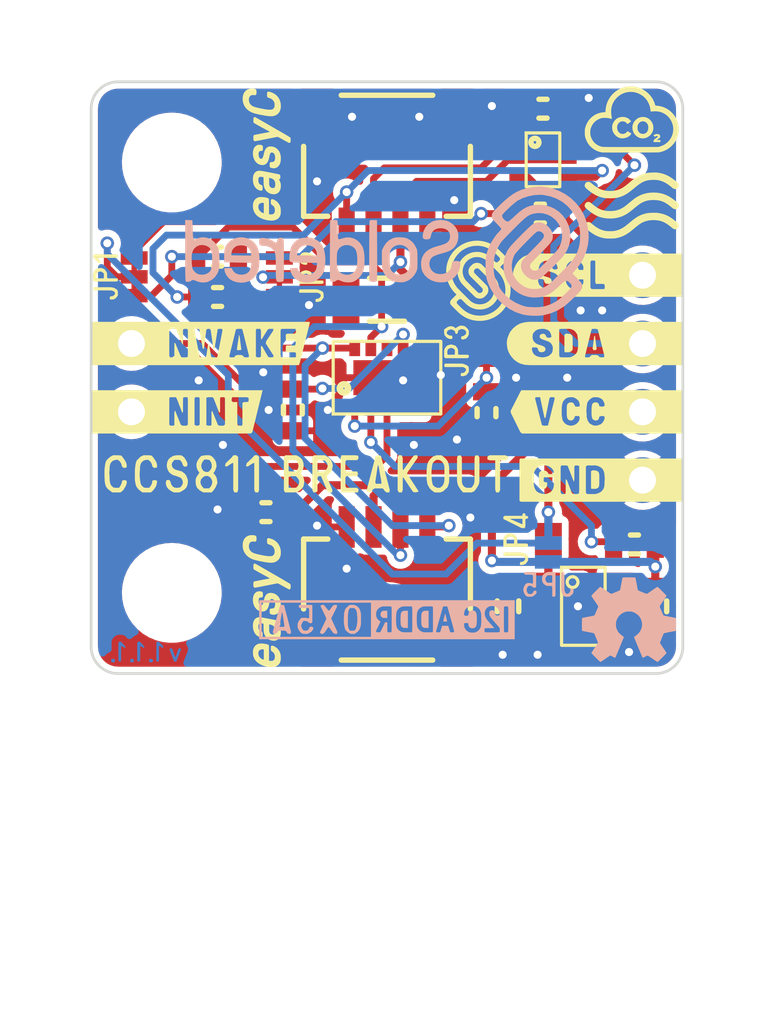
<source format=kicad_pcb>
(kicad_pcb (version 20210623) (generator pcbnew)
  (title_block (title "CCS811 breakout") (date "2021-06-10") (rev "V1.1.1.") (company "SOLDERED") (comment 1 "333009"))
  (layers (0 "F.Cu" signal) (31 "B.Cu" signal) (34 "B.Paste" user) (35 "F.Paste" user) (36 "B.SilkS" user "B.Silkscreen") (37 "F.SilkS" user "F.Silkscreen") (38 "B.Mask" user) (39 "F.Mask" user) (44 "Edge.Cuts" user))
  (net 0 "")
  (net 1 "3V3")
  (net 2 "GND")
  (net 3 "Net-(C2-Pad2)")
  (net 4 "SDA_PULL5")
  (net 5 "5V")
  (net 6 "SCL_PULL5")
  (net 7 "SDA_PULL3,3")
  (net 8 "SCL_PULL3,3")
  (net 9 "NWAKE")
  (net 10 "NINT")
  (net 11 "SCL5")
  (net 12 "SDA5")
  (net 13 "SDA3,3")
  (net 14 "SCL3,3")
  (net 15 "Net-(R2-Pad1)")
  (net 16 "Net-(U2-Pad4)")
  (net 18 "Net-(JP3-Pad1)")
  (footprint "buzzardLabel" (layer "F.Cu") (at 98 123.6)
    (fp_text reference "" (at 0 0) (layer "F.SilkS") (effects (font (size 1.27 1.27))))
    (fp_text value "" (at 0 0) (layer "F.SilkS") (effects (font (size 1.27 1.27))))
  )
  (footprint "e-radionica.com footprinti:1206C" (layer "F.Cu") (at 101 117.1)
    (fp_text reference "C1")
    (fp_text value "10uF")
    (pad "1" smd rect locked (at -1.525 0 90) (size 1.75 1) (layers "F.Cu" "F.Paste" "F.Mask") (net 2 "GND"))
    (pad "2" smd rect locked (at 1.525 0 90) (size 1.75 1) (layers "F.Cu" "F.Paste" "F.Mask") (net 1 "3V3"))
  )
  (footprint "Soldered Graphics:Logo-Back-OSH-3.5mm" (layer "F.Cu") (at 110 129)
    (fp_text reference "G***" hide)
    (fp_text value "LOGO" hide)
  )
  (footprint "Soldered Graphics:Logo-Front-Soldered-3mm" (layer "F.Cu") (at 104.4 116.4)
    (fp_text reference "G***" hide)
    (fp_text value "LOGO" hide)
  )
  (footprint "buzzardLabel" (layer "F.Cu") (at 98.2 116.25 90)
    (fp_text reference "" (at 0 0 90) (layer "F.SilkS") (effects (font (size 1.27 1.27))))
    (fp_text value "" (at 0 0 90) (layer "F.SilkS") (effects (font (size 1.27 1.27))))
  )
  (footprint "e-radionica.com footprinti:0603R" (layer "F.Cu") (at 97.5 121.2 90)
    (fp_text reference "R6")
    (fp_text value "4.7k")
    (pad "1" smd rect locked (at -0.775 0 180) (size 1 0.64) (layers "F.Cu" "F.Paste" "F.Mask") (net 2 "GND"))
    (pad "2" smd rect locked (at 0.775 0 180) (size 1 0.64) (layers "F.Cu" "F.Paste" "F.Mask") (net 9 "NWAKE"))
  )
  (footprint "buzzardLabel" (layer "F.Cu") (at 112.4 123.81)
    (fp_text reference "" (at 0 0) (layer "F.SilkS") (effects (font (size 1.27 1.27))))
    (fp_text value "" (at 0 0) (layer "F.SilkS") (effects (font (size 1.27 1.27))))
  )
  (footprint "e-radionica.com footprinti:0603R" (layer "F.Cu") (at 96.5 125)
    (fp_text reference "R1")
    (fp_text value "4.7k")
    (pad "1" smd rect locked (at -0.775 0 90) (size 1 0.64) (layers "F.Cu" "F.Paste" "F.Mask") (net 10 "NINT"))
    (pad "2" smd rect locked (at 0.775 0 90) (size 1 0.64) (layers "F.Cu" "F.Paste" "F.Mask") (net 1 "3V3"))
  )
  (footprint "buzzardLabel" (layer "F.Cu") (at 112.4 116.19)
    (fp_text reference "" (at 0 0) (layer "F.SilkS") (effects (font (size 1.27 1.27))))
    (fp_text value "" (at 0 0) (layer "F.SilkS") (effects (font (size 1.27 1.27))))
  )
  (footprint "e-radionica.com footprinti:SMD_JUMPER_3_PAD_TRACE" (layer "F.Cu") (at 97 116.25 90)
    (fp_text reference "JP2")
    (fp_text value "SMD_JUMPER_3_PAD_TRACE")
    (fp_poly (pts (xy 0.45 0.05) (xy 0.25 0.05) (xy 0.25 -0.05) (xy 0.45 -0.05)) (layer "F.Cu") (width 0.1) (fill solid))
    (fp_poly (pts (xy -0.25 0.05) (xy -0.45 0.05) (xy -0.45 -0.05) (xy -0.25 -0.05)) (layer "F.Cu") (width 0.1) (fill solid))
    (pad "1" smd rect locked (at -0.7 0 270) (size 0.5 1) (layers "F.Cu" "F.Mask") (net 8 "SCL_PULL3,3"))
    (pad "2" smd custom locked (at 0 0 270) (size 0.5 1) (layers "F.Cu" "F.Mask") (net 1 "3V3") (options (clearance outline) (anchor rect)) (primitives))
    (pad "3" smd rect locked (at 0.7 0 270) (size 0.5 1) (layers "F.Cu" "F.Mask") (net 7 "SDA_PULL3,3"))
  )
  (footprint "e-radionica.com footprinti:0603R" (layer "F.Cu") (at 106.7 113.9)
    (fp_text reference "R4")
    (fp_text value "10k")
    (pad "1" smd rect locked (at -0.775 0 90) (size 1 0.64) (layers "F.Cu" "F.Paste" "F.Mask") (net 6 "SCL_PULL5"))
    (pad "2" smd rect locked (at 0.775 0 90) (size 1 0.64) (layers "F.Cu" "F.Paste" "F.Mask") (net 11 "SCL5"))
  )
  (footprint "e-radionica.com footprinti:0603R" (layer "F.Cu") (at 110.2 126.2)
    (fp_text reference "R2")
    (fp_text value "4.7k")
    (pad "1" smd rect locked (at -0.775 0 90) (size 1 0.64) (layers "F.Cu" "F.Paste" "F.Mask") (net 15 "Net-(R2-Pad1)"))
    (pad "2" smd rect locked (at 0.775 0 90) (size 1 0.64) (layers "F.Cu" "F.Paste" "F.Mask") (net 1 "3V3"))
  )
  (footprint "Soldered Graphics:Symbol-Front-Air-Quality" (layer "F.Cu") (at 110.1 113.6 180)
    (fp_text reference "G***" hide)
    (fp_text value "LOGO" hide)
  )
  (footprint "e-radionica.com footprinti:SMD-JUMPER-CONNECTED_TRACE_SLODERMASK" (layer "F.Cu") (at 107 126 90)
    (fp_text reference "JP4")
    (fp_text value "SMD-JUMPER-CONNECTED_TRACE_SLODERMASK")
    (fp_poly (pts (xy 0.1 0.1) (xy -0.1 0.1) (xy -0.1 -0.1) (xy 0.1 -0.1)) (layer "F.Cu") (width 0.1) (fill solid))
    (pad "1" smd rect locked (at -0.35 0 90) (size 0.5 1) (layers "F.Cu" "F.Mask") (net 3 "Net-(C2-Pad2)"))
    (pad "2" smd rect locked (at 0.35 0 90) (size 0.5 1) (layers "F.Cu" "F.Mask") (net 5 "5V"))
  )
  (footprint "e-radionica.com footprinti:SOT-23-5" (layer "F.Cu") (at 108.3 128.5)
    (fp_text reference "U3")
    (fp_text value "SE5218")
    (pad "1" smd rect (at -1.3 -0.95) (size 1.1 0.6) (layers "F.Cu" "F.Paste" "F.Mask") (net 3 "Net-(C2-Pad2)"))
    (pad "2" smd rect (at -1.3 0) (size 1.1 0.6) (layers "F.Cu" "F.Paste" "F.Mask") (net 2 "GND"))
    (pad "3" smd rect (at -1.3 0.95) (size 1.1 0.6) (layers "F.Cu" "F.Paste" "F.Mask") (net 3 "Net-(C2-Pad2)"))
    (pad "4" smd rect (at 1.3 0.95) (size 1.1 0.6) (layers "F.Cu" "F.Paste" "F.Mask"))
    (pad "5" smd rect (at 1.3 -0.95) (size 1.1 0.6) (layers "F.Cu" "F.Paste" "F.Mask") (net 1 "3V3"))
  )
  (footprint "buzzardLabel" (layer "F.Cu") (at 112.4 121.27)
    (fp_text reference "" (at 0 0) (layer "F.SilkS") (effects (font (size 1.27 1.27))))
    (fp_text value "" (at 0 0) (layer "F.SilkS") (effects (font (size 1.27 1.27))))
  )
  (footprint "e-radionica.com footprinti:0603R" (layer "F.Cu") (at 106.8 110 180)
    (fp_text reference "R7")
    (fp_text value "10k")
    (pad "1" smd rect locked (at -0.775 0 270) (size 1 0.64) (layers "F.Cu" "F.Paste" "F.Mask") (net 12 "SDA5"))
    (pad "2" smd rect locked (at 0.775 0 270) (size 1 0.64) (layers "F.Cu" "F.Paste" "F.Mask") (net 4 "SDA_PULL5"))
  )
  (footprint "e-radionica.com footprinti:0603R" (layer "F.Cu") (at 94.7 115.5 180)
    (fp_text reference "R3")
    (fp_text value "10k")
    (pad "1" smd rect locked (at -0.775 0 270) (size 1 0.64) (layers "F.Cu" "F.Paste" "F.Mask") (net 7 "SDA_PULL3,3"))
    (pad "2" smd rect locked (at 0.775 0 270) (size 1 0.64) (layers "F.Cu" "F.Paste" "F.Mask") (net 13 "SDA3,3"))
  )
  (footprint "e-radionica.com footprinti:0603R" (layer "F.Cu") (at 94.7 117)
    (fp_text reference "R8")
    (fp_text value "10k")
    (pad "1" smd rect locked (at -0.775 0 90) (size 1 0.64) (layers "F.Cu" "F.Paste" "F.Mask") (net 14 "SCL3,3"))
    (pad "2" smd rect locked (at 0.775 0 90) (size 1 0.64) (layers "F.Cu" "F.Paste" "F.Mask") (net 8 "SCL_PULL3,3"))
  )
  (footprint "Soldered Graphics:Logo-Front-easyC-5mm" (layer "F.Cu") (at 96.5 111.7 90)
    (fp_text reference "G***" hide)
    (fp_text value "LOGO" hide)
  )
  (footprint "e-radionica.com footprinti:FIDUCIAL_23" (layer "F.Cu") (at 101 129.2)
    (fp_text reference "FD1")
    (fp_text value "FIDUCIAL")
    (fp_circle (center 0 0) (end 1 0) (layer "F.Cu") (width 0.2) (fill none))
    (pad "1" smd circle (at 0 0) (size 1 1) (layers "F.Cu" "F.Paste" "F.Mask") (clearance 1.1))
  )
  (footprint "e-radionica.com footprinti:easyC-connector" (layer "F.Cu") (at 101 127.7 180)
    (fp_text reference "K3")
    (fp_text value "easyC-SMD")
    (pad "1" smd rect locked (at -1.5 2.15 180) (size 0.6 1.55) (layers "F.Cu" "F.Paste" "F.Mask") (net 14 "SCL3,3"))
    (pad "2" smd rect locked (at -0.5 2.15 180) (size 0.6 1.55) (layers "F.Cu" "F.Paste" "F.Mask") (net 13 "SDA3,3"))
    (pad "3" smd rect locked (at 0.5 2.15 180) (size 0.6 1.55) (layers "F.Cu" "F.Paste" "F.Mask") (net 1 "3V3"))
    (pad "4" smd rect locked (at 1.5 2.15 180) (size 0.6 1.55) (layers "F.Cu" "F.Paste" "F.Mask") (net 2 "GND"))
    (pad "5" smd rect locked (at -2.6 -2.15 180) (size 1.2 1.8) (layers "F.Cu" "F.Paste" "F.Mask") (net 2 "GND"))
    (pad "5" smd rect locked (at 2.6 -2.15 180) (size 1.2 1.8) (layers "F.Cu" "F.Paste" "F.Mask") (net 2 "GND"))
  )
  (footprint "Soldered Graphics:Symbol-Front-CO2" (layer "F.Cu") (at 110.1 110.4)
    (fp_text reference "G***" hide)
    (fp_text value "LOGO" hide)
  )
  (footprint "buzzardLabel" (layer "F.Cu") (at 90.55 116.25 90)
    (fp_text reference "" (at 0 0 90) (layer "F.SilkS") (effects (font (size 1.27 1.27))))
    (fp_text value "" (at 0 0 90) (layer "F.SilkS") (effects (font (size 1.27 1.27))))
  )
  (footprint "e-radionica.com footprinti:0603C" (layer "F.Cu") (at 111 128.5 90)
    (fp_text reference "C3")
    (fp_text value "2.2uF")
    (pad "1" smd rect locked (at -0.73 0 90) (size 0.66 1) (layers "F.Cu" "F.Paste" "F.Mask") (net 2 "GND"))
    (pad "2" smd rect locked (at 0.73 0 90) (size 0.66 1) (layers "F.Cu" "F.Paste" "F.Mask") (net 1 "3V3"))
  )
  (footprint "Soldered Graphics:Logo-Back-SolderedFULL-15mm" (layer "F.Cu") (at 101 115.3)
    (fp_text reference "REF**" hide)
    (fp_text value "Logo-Front-SolderedFULL-15mm" hide)
  )
  (footprint "buzzardLabel" (layer "F.Cu") (at 112.4 118.73)
    (fp_text reference "" (at 0 0) (layer "F.SilkS") (effects (font (size 1.27 1.27))))
    (fp_text value "" (at 0 0) (layer "F.SilkS") (effects (font (size 1.27 1.27))))
  )
  (footprint "buzzardLabel" (layer "F.Cu") (at 105.8 126 90)
    (fp_text reference "" (at 0 0 90) (layer "F.SilkS") (effects (font (size 1.27 1.27))))
    (fp_text value "" (at 0 0 90) (layer "F.SilkS") (effects (font (size 1.27 1.27))))
  )
  (footprint "buzzardLabel" (layer "F.Cu") (at 89.6 121.27)
    (fp_text reference "" (at 0 0) (layer "F.SilkS") (effects (font (size 1.27 1.27))))
    (fp_text value "" (at 0 0) (layer "F.SilkS") (effects (font (size 1.27 1.27))))
  )
  (footprint "e-radionica.com footprinti:SOT-363" (layer "F.Cu") (at 106.8 111.9)
    (fp_text reference "U1")
    (fp_text value "NMOS-DUAL")
    (pad "1" smd rect locked (at -0.92 -0.65 90) (size 0.3 0.66) (layers "F.Cu" "F.Paste" "F.Mask") (net 13 "SDA3,3"))
    (pad "2" smd rect locked (at -0.92 0 90) (size 0.3 0.66) (layers "F.Cu" "F.Paste" "F.Mask") (net 1 "3V3"))
    (pad "3" smd rect locked (at -0.92 0.65 90) (size 0.3 0.66) (layers "F.Cu" "F.Paste" "F.Mask") (net 11 "SCL5"))
    (pad "4" smd rect locked (at 0.92 0.65 90) (size 0.3 0.66) (layers "F.Cu" "F.Paste" "F.Mask") (net 14 "SCL3,3"))
    (pad "5" smd rect locked (at 0.92 0 90) (size 0.3 0.66) (layers "F.Cu" "F.Paste" "F.Mask") (net 1 "3V3"))
    (pad "6" smd rect locked (at 0.92 -0.65 90) (size 0.3 0.66) (layers "F.Cu" "F.Paste" "F.Mask") (net 12 "SDA5"))
  )
  (footprint "e-radionica.com footprinti:easyC-connector" (layer "F.Cu") (at 101 112.3)
    (fp_text reference "K4")
    (fp_text value "easyC-SMD")
    (pad "1" smd rect locked (at -1.5 2.15) (size 0.6 1.55) (layers "F.Cu" "F.Paste" "F.Mask") (net 14 "SCL3,3"))
    (pad "2" smd rect locked (at -0.5 2.15) (size 0.6 1.55) (layers "F.Cu" "F.Paste" "F.Mask") (net 13 "SDA3,3"))
    (pad "3" smd rect locked (at 0.5 2.15) (size 0.6 1.55) (layers "F.Cu" "F.Paste" "F.Mask") (net 1 "3V3"))
    (pad "4" smd rect locked (at 1.5 2.15) (size 0.6 1.55) (layers "F.Cu" "F.Paste" "F.Mask") (net 2 "GND"))
    (pad "5" smd rect locked (at -2.6 -2.15) (size 1.2 1.8) (layers "F.Cu" "F.Paste" "F.Mask") (net 2 "GND"))
    (pad "5" smd rect locked (at 2.6 -2.15) (size 1.2 1.8) (layers "F.Cu" "F.Paste" "F.Mask") (net 2 "GND"))
  )
  (footprint "e-radionica.com footprinti:CCS811" (layer "F.Cu") (at 101 120 90)
    (fp_text reference "U2")
    (fp_text value "CCS811B-JOPR")
    (pad "1" smd rect (at -1.1 -1.2 90) (size 0.6 0.4) (layers "F.Cu" "F.Paste" "F.Mask") (net 18 "Net-(JP3-Pad1)"))
    (pad "2" smd rect (at -1.1 -0.6 90) (size 0.6 0.4) (layers "F.Cu" "F.Paste" "F.Mask") (net 15 "Net-(R2-Pad1)"))
    (pad "3" smd rect (at -1.1 0 90) (size 0.6 0.4) (layers "F.Cu" "F.Paste" "F.Mask") (net 10 "NINT"))
    (pad "4" smd rect (at -1.1 0.6 90) (size 0.6 0.4) (layers "F.Cu" "F.Paste" "F.Mask") (net 16 "Net-(U2-Pad4)"))
    (pad "5" smd rect (at -1.1 1.2 90) (size 0.6 0.4) (layers "F.Cu" "F.Paste" "F.Mask") (net 16 "Net-(U2-Pad4)"))
    (pad "6" smd rect (at 1.1 1.2 90) (size 0.6 0.4) (layers "F.Cu" "F.Paste" "F.Mask") (net 1 "3V3"))
    (pad "7" smd rect (at 1.1 0.6 90) (size 0.6 0.4) (layers "F.Cu" "F.Paste" "F.Mask") (net 9 "NWAKE"))
    (pad "8" smd rect (at 1.1 0 90) (size 0.6 0.4) (layers "F.Cu" "F.Paste" "F.Mask"))
    (pad "9" smd rect (at 1.1 -0.6 90) (size 0.6 0.4) (layers "F.Cu" "F.Paste" "F.Mask") (net 13 "SDA3,3"))
    (pad "10" smd rect (at 1.1 -1.2 90) (size 0.6 0.4) (layers "F.Cu" "F.Paste" "F.Mask") (net 14 "SCL3,3"))
    (pad "11" smd rect (at 0 0 90) (size 1.3 2.5) (layers "F.Cu" "F.Paste" "F.Mask") (net 2 "GND"))
  )
  (footprint "buzzardLabel" (layer "F.Cu") (at 103.6 119 90)
    (fp_text reference "" (at 0 0 90) (layer "F.SilkS") (effects (font (size 1.27 1.27))))
    (fp_text value "" (at 0 0 90) (layer "F.SilkS") (effects (font (size 1.27 1.27))))
  )
  (footprint "buzzardLabel" (layer "F.Cu") (at 89.6 118.73)
    (fp_text reference "" (at 0 0) (layer "F.SilkS") (effects (font (size 1.27 1.27))))
    (fp_text value "" (at 0 0) (layer "F.SilkS") (effects (font (size 1.27 1.27))))
  )
  (footprint "e-radionica.com footprinti:0603C" (layer "F.Cu") (at 105.5 128.5 90)
    (fp_text reference "C2")
    (fp_text value "2.2uF")
    (pad "1" smd rect locked (at -0.73 0 90) (size 0.66 1) (layers "F.Cu" "F.Paste" "F.Mask") (net 2 "GND"))
    (pad "2" smd rect locked (at 0.73 0 90) (size 0.66 1) (layers "F.Cu" "F.Paste" "F.Mask") (net 3 "Net-(C2-Pad2)"))
  )
  (footprint "e-radionica.com footprinti:0603R" (layer "F.Cu") (at 104.7 121.3 90)
    (fp_text reference "R5")
    (fp_text value "4.7k")
    (pad "1" smd rect locked (at -0.775 0 180) (size 1 0.64) (layers "F.Cu" "F.Paste" "F.Mask") (net 2 "GND"))
    (pad "2" smd rect locked (at 0.775 0 180) (size 1 0.64) (layers "F.Cu" "F.Paste" "F.Mask") (net 18 "Net-(JP3-Pad1)"))
  )
  (footprint "e-radionica.com footprinti:HOLE_3.2mm" (layer "F.Cu") (at 93 112)
    (fp_text reference "H2" hide)
    (fp_text value "HOLE_3.2mm" hide)
    (pad "" np_thru_hole circle locked (at 0 0) (size 3.2 3.2) (drill 3.2) (layers F&B.Cu *.Mask))
  )
  (footprint "e-radionica.com footprinti:SMD_JUMPER_3_PAD_TRACE" (layer "F.Cu") (at 91.6 116.25 90)
    (fp_text reference "JP1")
    (fp_text value "SMD_JUMPER_3_PAD_TRACE")
    (fp_poly (pts (xy -0.25 0.05) (xy -0.45 0.05) (xy -0.45 -0.05) (xy -0.25 -0.05)) (layer "F.Cu") (width 0.1) (fill solid))
    (fp_poly (pts (xy 0.45 0.05) (xy 0.25 0.05) (xy 0.25 -0.05) (xy 0.45 -0.05)) (layer "F.Cu") (width 0.1) (fill solid))
    (pad "1" smd rect locked (at -0.7 0 270) (size 0.5 1) (layers "F.Cu" "F.Mask") (net 6 "SCL_PULL5"))
    (pad "2" smd custom locked (at 0 0 270) (size 0.5 1) (layers "F.Cu" "F.Mask") (net 5 "5V") (options (clearance outline) (anchor rect)) (primitives))
    (pad "3" smd rect locked (at 0.7 0 270) (size 0.5 1) (layers "F.Cu" "F.Mask") (net 4 "SDA_PULL5"))
  )
  (footprint "e-radionica.com footprinti:HOLE_3.2mm" (layer "F.Cu") (at 93 128)
    (fp_text reference "H1" hide)
    (fp_text value "HOLE_3.2mm" hide)
    (pad "" np_thru_hole circle locked (at 0 0) (size 3.2 3.2) (drill 3.2) (layers F&B.Cu *.Mask))
  )
  (footprint "Soldered Graphics:Logo-Front-easyC-5mm" (layer "F.Cu") (at 96.5 128.3 90)
    (fp_text reference "G***" hide)
    (fp_text value "LOGO" hide)
  )
  (footprint "e-radionica.com footprinti:SMD_JUMPER" (layer "F.Cu") (at 104.7 119 90)
    (fp_text reference "JP3")
    (fp_text value "SMD_JUMPER")
    (pad "1" smd rect locked (at -0.35 0 90) (size 0.5 1) (layers "F.Cu" "F.Mask") (net 18 "Net-(JP3-Pad1)"))
    (pad "2" smd rect locked (at 0.35 0 90) (size 0.5 1) (layers "F.Cu" "F.Mask") (net 1 "3V3"))
  )
  (footprint "e-radionica.com footprinti:HEADER_MALE_2X1" (layer "B.Cu") (at 91.5 120 90)
    (fp_text reference "K1")
    (fp_text value "HEADER_MALE_2X1")
    (pad "1" thru_hole circle locked (at -1.27 0 90) (size 1.524 1.524) (drill 1) (layers *.Cu *.Mask) (net 10 "NINT"))
    (pad "2" thru_hole circle locked (at 1.27 0 90) (size 1.524 1.524) (drill 1) (layers *.Cu *.Mask) (net 9 "NWAKE"))
  )
  (footprint "e-radionica.com footprinti:SMD_JUMPER" (layer "B.Cu") (at 107 126.5 -90)
    (fp_text reference "JP5")
    (fp_text value "SMD_JUMPER")
    (pad "1" smd rect locked (at -0.35 0 270) (size 0.5 1) (layers "B.Cu" "B.Mask") (net 5 "5V"))
    (pad "2" smd rect locked (at 0.35 0 270) (size 0.5 1) (layers "B.Cu" "B.Mask") (net 1 "3V3"))
  )
  (footprint "buzzardLabel" (layer "B.Cu") (at 107 127.7 180)
    (fp_text reference "" (at 0 0) (layer "B.SilkS") (effects (font (size 1.27 1.27)) (justify mirror)))
    (fp_text value "" (at 0 0) (layer "B.SilkS") (effects (font (size 1.27 1.27)) (justify mirror)))
  )
  (footprint "buzzardLabel" (layer "B.Cu") (at 98.4 129 180)
    (fp_text reference "" (at 0 0) (layer "B.SilkS") (effects (font (size 1.27 1.27)) (justify mirror)))
    (fp_text value "" (at 0 0) (layer "B.SilkS") (effects (font (size 1.27 1.27)) (justify mirror)))
  )
  (footprint "Soldered Graphics:Version1.1.1." (layer "B.Cu") (at 92 130.2 180)
    (fp_text reference "REF**" hide)
    (fp_text value "Version1.1.1." hide)
    (fp_poly (pts (xy 0.21 -0.35) (xy 0.26 -0.35) (xy 0.28 -0.31) (xy 0.28 0.35) (xy 0.24 0.38) (xy 0.19 0.38) (xy 0.15 0.34) (xy 0.04 0.22) (xy 0.02 0.17) (xy 0.05 0.16) (xy 0.14 0.22) (xy 0.18 0.23) (xy 0.18 -0.31) (xy 0.21 -0.35)) (layer "B.Cu") (width 0.01) (fill solid))
    (fp_poly (pts (xy -0.5 -0.35) (xy -0.44 -0.35) (xy -0.43 -0.31) (xy -0.43 0.35) (xy -0.46 0.38) (xy -0.52 0.38) (xy -0.55 0.34) (xy -0.67 0.22) (xy -0.68 0.17) (xy -0.65 0.16) (xy -0.56 0.22) (xy -0.52 0.23) (xy -0.52 -0.31) (xy -0.5 -0.35)) (layer "B.Cu") (width 0.01) (fill solid))
    (fp_poly (pts (xy 0.43 -0.38) (xy 0.48 -0.38) (xy 0.54 -0.37) (xy 0.54 -0.33) (xy 0.54 -0.27) (xy 0.5 -0.26) (xy 0.45 -0.26) (xy 0.42 -0.29) (xy 0.42 -0.34) (xy 0.43 -0.38)) (layer "B.Cu") (width 0.01) (fill solid))
    (fp_poly (pts (xy -1.15 -0.35) (xy -1.1 -0.35) (xy -1.07 -0.31) (xy -0.92 0.1) (xy -0.94 0.13) (xy -0.99 0.13) (xy -1.02 0.1) (xy -1.11 -0.16) (xy -1.13 -0.21) (xy -1.15 -0.17) (xy -1.24 0.09) (xy -1.26 0.13) (xy -1.32 0.13) (xy -1.34 0.1) (xy -1.18 -0.31) (xy -1.15 -0.35)) (layer "B.Cu") (width 0.01) (fill solid))
    (fp_poly (pts (xy 0.91 -0.35) (xy 0.96 -0.35) (xy 0.98 -0.31) (xy 0.98 0.35) (xy 0.95 0.38) (xy 0.89 0.38) (xy 0.86 0.34) (xy 0.74 0.22) (xy 0.73 0.17) (xy 0.76 0.16) (xy 0.85 0.22) (xy 0.89 0.23) (xy 0.89 -0.31) (xy 0.91 -0.35)) (layer "B.Cu") (width 0.01) (fill solid))
    (fp_poly (pts (xy 1.14 -0.38) (xy 1.19 -0.38) (xy 1.24 -0.37) (xy 1.25 -0.33) (xy 1.25 -0.27) (xy 1.2 -0.26) (xy 1.15 -0.26) (xy 1.12 -0.29) (xy 1.12 -0.34) (xy 1.14 -0.38)) (layer "B.Cu") (width 0.01) (fill solid))
    (fp_poly (pts (xy -0.27 -0.38) (xy -0.22 -0.38) (xy -0.17 -0.37) (xy -0.16 -0.33) (xy -0.16 -0.27) (xy -0.21 -0.26) (xy -0.26 -0.26) (xy -0.29 -0.29) (xy -0.29 -0.34) (xy -0.27 -0.38)) (layer "B.Cu") (width 0.01) (fill solid))
  )
  (footprint "e-radionica.com footprinti:HEADER_MALE_4X1" (layer "B.Cu") (at 110.5 120 90)
    (fp_text reference "K2")
    (fp_text value "HEADER_MALE_4X1")
    (pad "1" thru_hole circle locked (at -3.81 0 90) (size 1.7 1.7) (drill 1) (layers *.Cu *.Mask) (net 2 "GND"))
    (pad "2" thru_hole circle locked (at -1.27 0 90) (size 1.7 1.7) (drill 1) (layers *.Cu *.Mask) (net 5 "5V"))
    (pad "3" thru_hole circle locked (at 1.27 0 90) (size 1.7 1.7) (drill 1) (layers *.Cu *.Mask) (net 12 "SDA5"))
    (pad "4" thru_hole circle locked (at 3.81 0 90) (size 1.7 1.7) (drill 1) (layers *.Cu *.Mask) (net 11 "SCL5"))
  )
  (footprint "Soldered Graphics:Symbol-Front-I2C-ADDR-Field" (layer "B.Cu") (at 101 129 180)
    (fp_text reference "REF**" hide)
    (fp_text value "Symbol-Front-I2C-ADDR-Field" hide)
  )
  (gr_line (start 90 130) (end 90 110) (layer "Edge.Cuts") (width 0.1))
  (gr_arc (start 111 130) (end 112 130) (angle 90) (layer "Edge.Cuts") (width 0.1))
  (gr_line (start 91 109) (end 111 109) (layer "Edge.Cuts") (width 0.1))
  (gr_arc (start 91 110) (end 91 109) (angle -90) (layer "Edge.Cuts") (width 0.1))
  (gr_arc (start 111 110) (end 111 109) (angle 90) (layer "Edge.Cuts") (width 0.1))
  (gr_arc (start 91 130) (end 91 131) (angle 90) (layer "Edge.Cuts") (width 0.1))
  (gr_line (start 112 110) (end 112 130) (layer "Edge.Cuts") (width 0.1))
  (gr_line (start 111 131) (end 91 131) (layer "Edge.Cuts") (width 0.1))
  (segment (start 106.5 122.4) (end 104.9 124) (width 0.3) (layer "F.Cu") (net 1))
  (segment (start 98.6 124) (end 100.9 124) (width 0.3) (layer "F.Cu") (net 1))
  (segment (start 106.5 119.6) (end 106.5 122.4) (width 0.3) (layer "F.Cu") (net 1))
  (segment (start 105.88 111.9) (end 107.72 111.9) (width 0.254) (layer "F.Cu") (net 1))
  (segment (start 104.9 124) (end 104.9 125.1) (width 0.3) (layer "F.Cu") (net 1))
  (segment (start 104.9 126.8) (end 104.9 125.1) (width 0.3) (layer "F.Cu") (net 1))
  (segment (start 110.47 127.77) (end 111 127.77) (width 0.3) (layer "F.Cu") (net 1))
  (segment (start 105.55 118.65) (end 106.5 119.6) (width 0.3) (layer "F.Cu") (net 1))
  (segment (start 96.404293 116.25) (end 96.390859 116.263434) (width 0.254) (layer "F.Cu") (net 1))
  (segment (start 101.5 115.7) (end 101.5 115.975) (width 0.3) (layer "F.Cu") (net 1))
  (segment (start 104.9 124.9) (end 104 124) (width 0.3) (layer "F.Cu") (net 1))
  (segment (start 105.5 111.9) (end 104.7 112.7) (width 0.254) (layer "F.Cu") (net 1))
  (segment (start 105.88 111.9) (end 105.5 111.9) (width 0.254) (layer "F.Cu") (net 1))
  (segment (start 109.6 127.55) (end 110.25 127.55) (width 0.3) (layer "F.Cu") (net 1))
  (segment (start 104.7 118.65) (end 103.1 118.65) (width 0.3) (layer "F.Cu") (net 1))
  (segment (start 101.5 114.45) (end 101.5 115.7) (width 0.3) (layer "F.Cu") (net 1))
  (segment (start 97 116.25) (end 96.404293 116.25) (width 0.254) (layer "F.Cu") (net 1))
  (segment (start 101.5 113.3) (end 101.5 114.45) (width 0.254) (layer "F.Cu") (net 1))
  (segment (start 100.9 124) (end 100.5 124.4) (width 0.3) (layer "F.Cu") (net 1))
  (segment (start 104 124) (end 100.9 124) (width 0.3) (layer "F.Cu") (net 1))
  (segment (start 110.25 127.55) (end 110.47 127.77) (width 0.3) (layer "F.Cu") (net 1))
  (segment (start 104.7 112.7) (end 102.1 112.7) (width 0.254) (layer "F.Cu") (net 1))
  (segment (start 103.1 118.65) (end 102.525 118.075) (width 0.3) (layer "F.Cu") (net 1))
  (segment (start 110.975 127.745) (end 111 127.77) (width 0.3) (layer "F.Cu") (net 1))
  (segment (start 110.975 127.425) (end 110.975 127.745) (width 0.3) (layer "F.Cu") (net 1))
  (segment (start 100.5 124.4) (end 100.5 125.55) (width 0.3) (layer "F.Cu") (net 1))
  (segment (start 104.7 118.65) (end 105.55 118.65) (width 0.3) (layer "F.Cu") (net 1))
  (segment (start 101.5 115.975) (end 102.525 117) (width 0.3) (layer "F.Cu") (net 1))
  (segment (start 110.975 126.2) (end 110.975 127.425) (width 0.3) (layer "F.Cu") (net 1))
  (segment (start 102.1 112.7) (end 101.5 113.3) (width 0.254) (layer "F.Cu") (net 1))
  (segment (start 102.525 118.075) (end 102.525 118.575) (width 0.3) (layer "F.Cu") (net 1))
  (segment (start 97.6 125) (end 98.6 124) (width 0.3) (layer "F.Cu") (net 1))
  (segment (start 102.525 118.575) (end 102.2 118.9) (width 0.3) (layer "F.Cu") (net 1))
  (segment (start 104.9 125.1) (end 104.9 124.9) (width 0.3) (layer "F.Cu") (net 1))
  (segment (start 102.525 117) (end 102.525 118.075) (width 0.3) (layer "F.Cu") (net 1))
  (segment (start 97.275 125) (end 97.6 125) (width 0.3) (layer "F.Cu") (net 1))
  (segment (start 110.975 127.425) (end 110.975 127.595) (width 0.3) (layer "F.Cu") (net 1))
  (via (at 104.9 126.8) (size 0.5) (drill 0.3) (layers "F.Cu" "B.Cu") (net 1))
  (via (at 96.390859 116.263434) (size 0.5) (drill 0.3) (layers "F.Cu" "B.Cu") (net 1))
  (via (at 101.5 115.7) (size 0.5) (drill 0.3) (layers "F.Cu" "B.Cu") (net 1))
  (via (at 110.975 127.025) (size 0.5) (drill 0.3) (layers "F.Cu" "B.Cu") (net 1))
  (segment (start 104.95 126.85) (end 107 126.85) (width 0.3) (layer "B.Cu") (net 1))
  (segment (start 96.454293 116.2) (end 101 116.2) (width 0.254) (layer "B.Cu") (net 1))
  (segment (start 96.390859 116.263434) (end 96.454293 116.2) (width 0.254) (layer "B.Cu") (net 1))
  (segment (start 110.8 126.85) (end 110.975 127.025) (width 0.3) (layer "B.Cu") (net 1))
  (segment (start 107 126.85) (end 110.8 126.85) (width 0.3) (layer "B.Cu") (net 1))
  (segment (start 104.9 126.8) (end 104.95 126.85) (width 0.3) (layer "B.Cu") (net 1))
  (segment (start 101 116.2) (end 101.5 115.7) (width 0.254) (layer "B.Cu") (net 1))
  (via (at 103 119.9) (size 0.5) (drill 0.3) (layers "F.Cu" "B.Cu") (net 2))
  (via (at 98.8 121.2) (size 0.5) (drill 0.3) (layers "F.Cu" "B.Cu") (net 2))
  (via (at 102.2 110.3) (size 0.5) (drill 0.3) (layers "F.Cu" "B.Cu") (net 2))
  (via (at 105.8 120) (size 0.5) (drill 0.3) (layers "F.Cu" "B.Cu") (net 2))
  (via (at 94 120.1) (size 0.5) (drill 0.3) (layers "F.Cu" "B.Cu") (net 2))
  (via (at 98.1 117.3) (size 0.5) (drill 0.3) (layers "F.Cu" "B.Cu") (net 2))
  (via (at 107.7 120) (size 0.5) (drill 0.3) (layers "F.Cu" "B.Cu") (net 2))
  (via (at 110 130.2) (size 0.5) (drill 0.3) (layers "F.Cu" "B.Cu") (net 2))
  (via (at 104.1 125.2) (size 0.5) (drill 0.3) (layers "F.Cu" "B.Cu") (net 2))
  (via (at 103.5 113.4) (size 0.5) (drill 0.3) (layers "F.Cu" "B.Cu") (net 2))
  (via (at 105.3 130.3) (size 0.5) (drill 0.3) (layers "F.Cu" "B.Cu") (net 2))
  (via (at 103.6 122.3) (size 0.5) (drill 0.3) (layers "F.Cu" "B.Cu") (net 2))
  (via (at 94.7 124.9) (size 0.5) (drill 0.3) (layers "F.Cu" "B.Cu") (net 2))
  (via (at 96.6 121.2) (size 0.5) (drill 0.3) (layers "F.Cu" "B.Cu") (net 2))
  (via (at 108.2 117.5) (size 0.5) (drill 0.3) (layers "F.Cu" "B.Cu") (net 2))
  (via (at 104.9 109.9) (size 0.5) (drill 0.3) (layers "F.Cu" "B.Cu") (net 2))
  (via (at 99.7 110.3) (size 0.5) (drill 0.3) (layers "F.Cu" "B.Cu") (net 2))
  (via (at 98.4 112.7) (size 0.5) (drill 0.3) (layers "F.Cu" "B.Cu") (net 2))
  (via (at 96.4 119.8) (size 0.5) (drill 0.3) (layers "F.Cu" "B.Cu") (net 2))
  (via (at 101.6 120.1) (size 0.5) (drill 0.3) (layers "F.Cu" "B.Cu") (net 2))
  (via (at 108.5 109.6) (size 0.5) (drill 0.3) (layers "F.Cu" "B.Cu") (net 2))
  (via (at 108.1 128.5) (size 0.5) (drill 0.3) (layers "F.Cu" "B.Cu") (net 2))
  (via (at 98.4 125.5) (size 0.5) (drill 0.3) (layers "F.Cu" "B.Cu") (net 2))
  (via (at 106.6 130.3) (size 0.5) (drill 0.3) (layers "F.Cu" "B.Cu") (net 2))
  (via (at 109 117.5) (size 0.5) (drill 0.3) (layers "F.Cu" "B.Cu") (net 2))
  (via (at 99.5 127.1) (size 0.5) (drill 0.3) (layers "F.Cu" "B.Cu") (net 2))
  (via (at 102 122.5) (size 0.5) (drill 0.3) (layers "F.Cu" "B.Cu") (net 2))
  (via (at 94.9 122.5) (size 0.5) (drill 0.3) (layers "F.Cu" "B.Cu") (net 2))
  (segment (start 108.25 127.55) (end 107 127.55) (width 0.254) (layer "F.Cu") (net 3))
  (segment (start 108.25 129.45) (end 108.9 128.8) (width 0.254) (layer "F.Cu") (net 3))
  (segment (start 105.93 127.77) (end 106.15 127.55) (width 0.3) (layer "F.Cu") (net 3))
  (segment (start 105.5 127.77) (end 105.93 127.77) (width 0.3) (layer "F.Cu") (net 3))
  (segment (start 108.25 129.45) (end 107 129.45) (width 0.254) (layer "F.Cu") (net 3))
  (segment (start 108.9 128.2) (end 108.25 127.55) (width 0.254) (layer "F.Cu") (net 3))
  (segment (start 107 126.35) (end 107 127.55) (width 0.3) (layer "F.Cu") (net 3))
  (segment (start 106.15 127.55) (end 107 127.55) (width 0.3) (layer "F.Cu") (net 3))
  (segment (start 108.9 128.8) (end 108.9 128.2) (width 0.254) (layer "F.Cu") (net 3))
  (segment (start 107 126.8) (end 107 127.55) (width 0.3) (layer "F.Cu") (net 3))
  (segment (start 106.025 110.025) (end 106.025 110) (width 0.254) (layer "F.Cu") (net 4))
  (segment (start 92.7 114.2) (end 94.6 114.2) (width 0.254) (layer "F.Cu") (net 4))
  (segment (start 97.1 111.7) (end 104.35 111.7) (width 0.254) (layer "F.Cu") (net 4))
  (segment (start 104.35 111.7) (end 106.025 110.025) (width 0.254) (layer "F.Cu") (net 4))
  (segment (start 91.6 115.55) (end 91.6 115.3) (width 0.254) (layer "F.Cu") (net 4))
  (segment (start 94.6 114.2) (end 97.1 111.7) (width 0.254) (layer "F.Cu") (net 4))
  (segment (start 91.6 115.3) (end 92.7 114.2) (width 0.254) (layer "F.Cu") (net 4))
  (segment (start 107 125.65) (end 107 123.2) (width 0.3) (layer "F.Cu") (net 5))
  (segment (start 90.95 116.25) (end 91.6 116.25) (width 0.254) (layer "F.Cu") (net 5))
  (segment (start 107 123.2) (end 108.93 121.27) (width 0.3) (layer "F.Cu") (net 5))
  (segment (start 90.6 115.9) (end 90.95 116.25) (width 0.254) (layer "F.Cu") (net 5))
  (segment (start 108.93 121.27) (end 110.5 121.27) (width 0.3) (layer "F.Cu") (net 5))
  (segment (start 90.6 115) (end 90.6 115.9) (width 0.254) (layer "F.Cu") (net 5))
  (via (at 107 125) (size 0.5) (drill 0.3) (layers "F.Cu" "B.Cu") (net 5))
  (via (at 90.6 115) (size 0.5) (drill 0.3) (layers "F.Cu" "B.Cu") (net 5))
  (segment (start 103.2 127.3) (end 104.35 126.15) (width 0.254) (layer "B.Cu") (net 5))
  (segment (start 90.6 115.4) (end 95.1 119.9) (width 0.254) (layer "B.Cu") (net 5))
  (segment (start 101.2 127.3) (end 103.2 127.3) (width 0.254) (layer "B.Cu") (net 5))
  (segment (start 95.1 121.2) (end 101.2 127.3) (width 0.254) (layer "B.Cu") (net 5))
  (segment (start 104.35 126.15) (end 107 126.15) (width 0.254) (layer "B.Cu") (net 5))
  (segment (start 95.1 119.9) (end 95.1 121.2) (width 0.254) (layer "B.Cu") (net 5))
  (segment (start 107 125) (end 107 126.15) (width 0.3) (layer "B.Cu") (net 5))
  (segment (start 90.6 115) (end 90.6 115.4) (width 0.254) (layer "B.Cu") (net 5))
  (segment (start 92.6 116.6) (end 93 116.2) (width 0.254) (layer "F.Cu") (net 6))
  (segment (start 93 116.2) (end 93 115.5) (width 0.254) (layer "F.Cu") (net 6))
  (segment (start 91.6 116.95) (end 92.25 116.95) (width 0.254) (layer "F.Cu") (net 6))
  (segment (start 104.5 113.9) (end 105.925 113.9) (width 0.254) (layer "F.Cu") (net 6))
  (segment (start 92.25 116.95) (end 92.6 116.6) (width 0.254) (layer "F.Cu") (net 6))
  (via (at 93 115.5) (size 0.5) (drill 0.3) (layers "F.Cu" "B.Cu") (net 6))
  (via (at 104.5 113.9) (size 0.5) (drill 0.3) (layers "F.Cu" "B.Cu") (net 6))
  (segment (start 99.1 114.2) (end 102.4 114.2) (width 0.254) (layer "B.Cu") (net 6))
  (segment (start 93 115.5) (end 97.8 115.5) (width 0.254) (layer "B.Cu") (net 6))
  (segment (start 102.4 114.2) (end 104.2 114.2) (width 0.254) (layer "B.Cu") (net 6))
  (segment (start 97.8 115.5) (end 99.1 114.2) (width 0.254) (layer "B.Cu") (net 6))
  (segment (start 104.2 114.2) (end 104.5 113.9) (width 0.254) (layer "B.Cu") (net 6))
  (segment (start 95.475 115.5) (end 96.95 115.5) (width 0.254) (layer "F.Cu") (net 7))
  (segment (start 96.95 115.5) (end 97 115.55) (width 0.254) (layer "F.Cu") (net 7))
  (segment (start 97 116.95) (end 95.525 116.95) (width 0.254) (layer "F.Cu") (net 8))
  (segment (start 95.525 116.95) (end 95.475 117) (width 0.254) (layer "F.Cu") (net 8))
  (segment (start 94.13 118.73) (end 91.5 118.73) (width 0.254) (layer "F.Cu") (net 9))
  (segment (start 97.425 120.5) (end 97.5 120.425) (width 0.254) (layer "F.Cu") (net 9))
  (segment (start 95.9 120.5) (end 94.13 118.73) (width 0.254) (layer "F.Cu") (net 9))
  (segment (start 101.6 118.9) (end 101.6 118.393843) (width 0.254) (layer "F.Cu") (net 9))
  (segment (start 95.9 120.5) (end 97.425 120.5) (width 0.254) (layer "F.Cu") (net 9))
  (segment (start 98.6 120.4) (end 98.6 120.5) (width 0.254) (layer "F.Cu") (net 9))
  (segment (start 101.6 118.393843) (end 101.600001 118.393842) (width 0.254) (layer "F.Cu") (net 9))
  (segment (start 98.575 120.425) (end 97.5 120.425) (width 0.254) (layer "F.Cu") (net 9))
  (segment (start 98.6 120.4) (end 98.575 120.425) (width 0.254) (layer "F.Cu") (net 9))
  (via (at 101.600001 118.393842) (size 0.5) (drill 0.3) (layers "F.Cu" "B.Cu") (net 9))
  (via (at 98.6 120.4) (size 0.5) (drill 0.3) (layers "F.Cu" "B.Cu") (net 9))
  (segment (start 99.593843 120.4) (end 101.600001 118.393842) (width 0.254) (layer "B.Cu") (net 9))
  (segment (start 98.6 120.4) (end 99.593843 120.4) (width 0.254) (layer "B.Cu") (net 9))
  (segment (start 101 122.9) (end 100.6 123.3) (width 0.254) (layer "F.Cu") (net 10))
  (segment (start 93.53 123.3) (end 91.5 121.27) (width 0.254) (layer "F.Cu") (net 10))
  (segment (start 95.725 124.275) (end 95.725 125) (width 0.254) (layer "F.Cu") (net 10))
  (segment (start 96.4 123.6) (end 95.725 124.275) (width 0.254) (layer "F.Cu") (net 10))
  (segment (start 100.6 123.3) (end 96.7 123.3) (width 0.254) (layer "F.Cu") (net 10))
  (segment (start 96.7 123.3) (end 93.53 123.3) (width 0.254) (layer "F.Cu") (net 10))
  (segment (start 91.5 121.3) (end 91.5 121.27) (width 0.254) (layer "F.Cu") (net 10))
  (segment (start 101 121.1) (end 101 122.9) (width 0.254) (layer "F.Cu") (net 10))
  (segment (start 96.7 123.3) (end 96.4 123.6) (width 0.254) (layer "F.Cu") (net 10))
  (segment (start 106.9 113.2) (end 107.475 113.775) (width 0.254) (layer "F.Cu") (net 11))
  (segment (start 109.765 116.19) (end 107.475 113.9) (width 0.254) (layer "F.Cu") (net 11))
  (segment (start 110.5 116.19) (end 109.765 116.19) (width 0.254) (layer "F.Cu") (net 11))
  (segment (start 105.88 112.55) (end 106.25 112.55) (width 0.254) (layer "F.Cu") (net 11))
  (segment (start 106.25 112.55) (end 106.9 113.2) (width 0.254) (layer "F.Cu") (net 11))
  (segment (start 109.35 111.25) (end 107.72 111.25) (width 0.254) (layer "F.Cu") (net 12))
  (segment (start 107.575 111.105) (end 107.72 111.25) (width 0.254) (layer "F.Cu") (net 12))
  (segment (start 110.2 112.1) (end 109.35 111.25) (width 0.254) (layer "F.Cu") (net 12))
  (segment (start 107.575 110) (end 107.575 111.105) (width 0.254) (layer "F.Cu") (net 12))
  (via (at 110.2 112.1) (size 0.5) (drill 0.3) (layers "F.Cu" "B.Cu") (net 12))
  (segment (start 108.03 118.73) (end 110.5 118.73) (width 0.254) (layer "B.Cu") (net 12))
  (segment (start 110.23 118.73) (end 110.5 118.73) (width 0.254) (layer "B.Cu") (net 12))
  (segment (start 107.2 115.1) (end 107.2 117.9) (width 0.254) (layer "B.Cu") (net 12))
  (segment (start 107.2 117.9) (end 108.03 118.73) (width 0.254) (layer "B.Cu") (net 12))
  (segment (start 110.2 112.1) (end 107.2 115.1) (width 0.254) (layer "B.Cu") (net 12))
  (segment (start 95.1 114.4) (end 97.5 114.4) (width 0.254) (layer "F.Cu") (net 13))
  (segment (start 100.5 115.4) (end 100.5 115.3) (width 0.254) (layer "F.Cu") (net 13))
  (segment (start 104.5 112.2) (end 100.9 112.2) (width 0.254) (layer "F.Cu") (net 13))
  (segment (start 100.4 118.5) (end 100.4 118.9) (width 0.254) (layer "F.Cu") (net 13))
  (segment (start 100.5 114.45) (end 100.5 115.3) (width 0.254) (layer "F.Cu") (net 13))
  (segment (start 105.88 111.25) (end 105.45 111.25) (width 0.254) (layer "F.Cu") (net 13))
  (segment (start 105.45 111.25) (end 104.5 112.2) (width 0.254) (layer "F.Cu") (net 13))
  (segment (start 97.5 114.4) (end 98.8 115.7) (width 0.254) (layer "F.Cu") (net 13))
  (segment (start 98.8 115.7) (end 100.2 115.7) (width 0.254) (layer "F.Cu") (net 13))
  (segment (start 101.5 125.55) (end 101.5 126.6) (width 0.254) (layer "F.Cu") (net 13))
  (segment (start 94 115.5) (end 95.1 114.4) (width 0.254) (layer "F.Cu") (net 13))
  (segment (start 100.5 112.6) (end 100.5 113.3) (width 0.254) (layer "F.Cu") (net 13))
  (segment (start 100.8 118.1) (end 100.4 118.5) (width 0.254) (layer "F.Cu") (net 13))
  (segment (start 100.8 116.15) (end 100.8 118.1) (width 0.254) (layer "F.Cu") (net 13))
  (segment (start 93.925 115.5) (end 94 115.5) (width 0.254) (layer "F.Cu") (net 13))
  (segment (start 100.2 115.7) (end 100.5 115.4) (width 0.254) (layer "F.Cu") (net 13))
  (segment (start 100.5 115.3) (end 100.5 115.85) (width 0.254) (layer "F.Cu") (net 13))
  (segment (start 100.5 115.85) (end 100.8 116.15) (width 0.254) (layer "F.Cu") (net 13))
  (segment (start 100.5 113.3) (end 100.5 114.45) (width 0.254) (layer "F.Cu") (net 13))
  (segment (start 100.9 112.2) (end 100.5 112.6) (width 0.254) (layer "F.Cu") (net 13))
  (via (at 100.8 118.1) (size 0.5) (drill 0.3) (layers "F.Cu" "B.Cu") (net 13))
  (via (at 101.5 126.6) (size 0.5) (drill 0.3) (layers "F.Cu" "B.Cu") (net 13))
  (segment (start 98.3 118.1) (end 100.8 118.1) (width 0.254) (layer "B.Cu") (net 13))
  (segment (start 101.4 126.6) (end 97.5 122.7) (width 0.254) (layer "B.Cu") (net 13))
  (segment (start 97.5 118.9) (end 98.3 118.1) (width 0.254) (layer "B.Cu") (net 13))
  (segment (start 97.5 122.7) (end 97.5 118.9) (width 0.254) (layer "B.Cu") (net 13))
  (segment (start 101.5 126.6) (end 101.4 126.6) (width 0.254) (layer "B.Cu") (net 13))
  (segment (start 109 112.3) (end 108.75 112.55) (width 0.254) (layer "F.Cu") (net 14))
  (segment (start 98.6 118.9) (end 95.4 118.9) (width 0.254) (layer "F.Cu") (net 14))
  (segment (start 108.75 112.55) (end 107.72 112.55) (width 0.254) (layer "F.Cu") (net 14))
  (segment (start 95.4 118.9) (end 93.925 117.425) (width 0.254) (layer "F.Cu") (net 14))
  (segment (start 103.3 125.5) (end 103.25 125.55) (width 0.254) (layer "F.Cu") (net 14))
  (segment (start 93.2 117) (end 93.925 117) (width 0.254) (layer "F.Cu") (net 14))
  (segment (start 99.8 118.9) (end 98.6 118.9) (width 0.254) (layer "F.Cu") (net 14))
  (segment (start 103.25 125.55) (end 102.5 125.55) (width 0.254) (layer "F.Cu") (net 14))
  (segment (start 99.5 114.45) (end 99.5 113.1) (width 0.254) (layer "F.Cu") (net 14))
  (segment (start 93.925 117.425) (end 93.925 117) (width 0.254) (layer "F.Cu") (net 14))
  (via (at 98.6 118.9) (size 0.5) (drill 0.3) (layers "F.Cu" "B.Cu") (net 14))
  (via (at 103.3 125.5) (size 0.5) (drill 0.3) (layers "F.Cu" "B.Cu") (net 14))
  (via (at 93.2 117) (size 0.5) (drill 0.3) (layers "F.Cu" "B.Cu") (net 14))
  (via (at 109 112.3) (size 0.5) (drill 0.3) (layers "F.Cu" "B.Cu") (net 14))
  (via (at 99.5 113.1) (size 0.5) (drill 0.3) (layers "F.Cu" "B.Cu") (net 14))
  (segment (start 97.95402 122.25402) (end 97.95402 119.54598) (width 0.254) (layer "B.Cu") (net 14))
  (segment (start 92.8 114.7) (end 97.9 114.7) (width 0.254) (layer "B.Cu") (net 14))
  (segment (start 97.95402 119.54598) (end 98.6 118.9) (width 0.254) (layer "B.Cu") (net 14))
  (segment (start 109 112.3) (end 100.3 112.3) (width 0.254) (layer "B.Cu") (net 14))
  (segment (start 101.2 125.5) (end 97.95402 122.25402) (width 0.254) (layer "B.Cu") (net 14))
  (segment (start 93.2 117) (end 92.3 116.1) (width 0.254) (layer "B.Cu") (net 14))
  (segment (start 100.3 112.3) (end 99.5 113.1) (width 0.254) (layer "B.Cu") (net 14))
  (segment (start 92.3 115.2) (end 92.8 114.7) (width 0.254) (layer "B.Cu") (net 14))
  (segment (start 92.3 116.1) (end 92.3 115.2) (width 0.254) (layer "B.Cu") (net 14))
  (segment (start 103.3 125.5) (end 101.2 125.5) (width 0.254) (layer "B.Cu") (net 14))
  (segment (start 97.9 114.7) (end 99.5 113.1) (width 0.254) (layer "B.Cu") (net 14))
  (segment (start 100.4 121.1) (end 100.4 122.4) (width 0.254) (layer "F.Cu") (net 15))
  (segment (start 109.325 126.1) (end 109.425 126.2) (width 0.254) (layer "F.Cu") (net 15))
  (segment (start 108.6 126.1) (end 109.325 126.1) (width 0.254) (layer "F.Cu") (net 15))
  (via (at 100.4 122.4) (size 0.5) (drill 0.3) (layers "F.Cu" "B.Cu") (net 15))
  (via (at 108.6 126.1) (size 0.5) (drill 0.3) (layers "F.Cu" "B.Cu") (net 15))
  (segment (start 108.6 125.5) (end 108.6 126.1) (width 0.254) (layer "B.Cu") (net 15))
  (segment (start 100.4 122.4) (end 101.3 123.3) (width 0.254) (layer "B.Cu") (net 15))
  (segment (start 101.3 123.3) (end 106.4 123.3) (width 0.254) (layer "B.Cu") (net 15))
  (segment (start 106.4 123.3) (end 108.6 125.5) (width 0.254) (layer "B.Cu") (net 15))
  (segment (start 101.6 121.1) (end 102.2 121.1) (width 0.3) (layer "F.Cu") (net 16))
  (segment (start 99.8 121.1) (end 99.8 121.8) (width 0.254) (layer "F.Cu") (net 18))
  (segment (start 104.7 120.525) (end 104.7 120) (width 0.254) (layer "F.Cu") (net 18))
  (segment (start 104.7 120) (end 104.7 119.35) (width 0.254) (layer "F.Cu") (net 18))
  (via (at 99.8 121.8) (size 0.5) (drill 0.3) (layers "F.Cu" "B.Cu") (net 18))
  (via (at 104.7 120) (size 0.5) (drill 0.3) (layers "F.Cu" "B.Cu") (net 18))
  (segment (start 99.8 121.8) (end 102.9 121.8) (width 0.254) (layer "B.Cu") (net 18))
  (segment (start 102.9 121.8) (end 104.7 120) (width 0.254) (layer "B.Cu") (net 18))
  (zone (net 2) (net_name "GND") (layers F&B.Cu) (connect_pads (clearance 0.254)) (min_thickness 0.254) (fill yes (thermal_gap 0.254) (thermal_bridge_width 0.254))
    (polygon (pts (xy 112 131) (xy 90 131) (xy 90 109) (xy 112 109)))
  )
)
</source>
